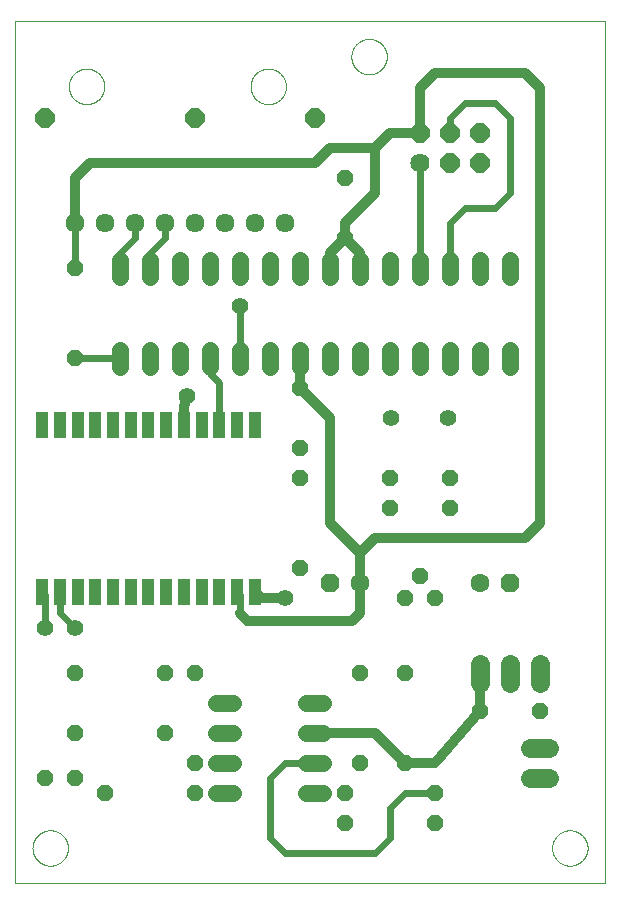
<source format=gtl>
G75*
%MOIN*%
%OFA0B0*%
%FSLAX25Y25*%
%IPPOS*%
%LPD*%
%AMOC8*
5,1,8,0,0,1.08239X$1,22.5*
%
%ADD10C,0.00000*%
%ADD11C,0.05600*%
%ADD12OC8,0.05600*%
%ADD13C,0.06400*%
%ADD14C,0.06400*%
%ADD15OC8,0.06400*%
%ADD16C,0.05600*%
%ADD17OC8,0.06300*%
%ADD18C,0.06300*%
%ADD19C,0.06337*%
%ADD20R,0.04200X0.08600*%
%ADD21C,0.03200*%
%ADD22C,0.02400*%
%ADD23C,0.05550*%
%ADD24OC8,0.06337*%
D10*
X0019478Y0006800D02*
X0019478Y0294202D01*
X0216329Y0294202D01*
X0216329Y0006800D01*
X0019478Y0006800D01*
X0025383Y0018611D02*
X0025385Y0018764D01*
X0025391Y0018918D01*
X0025401Y0019071D01*
X0025415Y0019223D01*
X0025433Y0019376D01*
X0025455Y0019527D01*
X0025480Y0019678D01*
X0025510Y0019829D01*
X0025544Y0019979D01*
X0025581Y0020127D01*
X0025622Y0020275D01*
X0025667Y0020421D01*
X0025716Y0020567D01*
X0025769Y0020711D01*
X0025825Y0020853D01*
X0025885Y0020994D01*
X0025949Y0021134D01*
X0026016Y0021272D01*
X0026087Y0021408D01*
X0026162Y0021542D01*
X0026239Y0021674D01*
X0026321Y0021804D01*
X0026405Y0021932D01*
X0026493Y0022058D01*
X0026584Y0022181D01*
X0026678Y0022302D01*
X0026776Y0022420D01*
X0026876Y0022536D01*
X0026980Y0022649D01*
X0027086Y0022760D01*
X0027195Y0022868D01*
X0027307Y0022973D01*
X0027421Y0023074D01*
X0027539Y0023173D01*
X0027658Y0023269D01*
X0027780Y0023362D01*
X0027905Y0023451D01*
X0028032Y0023538D01*
X0028161Y0023620D01*
X0028292Y0023700D01*
X0028425Y0023776D01*
X0028560Y0023849D01*
X0028697Y0023918D01*
X0028836Y0023983D01*
X0028976Y0024045D01*
X0029118Y0024103D01*
X0029261Y0024158D01*
X0029406Y0024209D01*
X0029552Y0024256D01*
X0029699Y0024299D01*
X0029847Y0024338D01*
X0029996Y0024374D01*
X0030146Y0024405D01*
X0030297Y0024433D01*
X0030448Y0024457D01*
X0030601Y0024477D01*
X0030753Y0024493D01*
X0030906Y0024505D01*
X0031059Y0024513D01*
X0031212Y0024517D01*
X0031366Y0024517D01*
X0031519Y0024513D01*
X0031672Y0024505D01*
X0031825Y0024493D01*
X0031977Y0024477D01*
X0032130Y0024457D01*
X0032281Y0024433D01*
X0032432Y0024405D01*
X0032582Y0024374D01*
X0032731Y0024338D01*
X0032879Y0024299D01*
X0033026Y0024256D01*
X0033172Y0024209D01*
X0033317Y0024158D01*
X0033460Y0024103D01*
X0033602Y0024045D01*
X0033742Y0023983D01*
X0033881Y0023918D01*
X0034018Y0023849D01*
X0034153Y0023776D01*
X0034286Y0023700D01*
X0034417Y0023620D01*
X0034546Y0023538D01*
X0034673Y0023451D01*
X0034798Y0023362D01*
X0034920Y0023269D01*
X0035039Y0023173D01*
X0035157Y0023074D01*
X0035271Y0022973D01*
X0035383Y0022868D01*
X0035492Y0022760D01*
X0035598Y0022649D01*
X0035702Y0022536D01*
X0035802Y0022420D01*
X0035900Y0022302D01*
X0035994Y0022181D01*
X0036085Y0022058D01*
X0036173Y0021932D01*
X0036257Y0021804D01*
X0036339Y0021674D01*
X0036416Y0021542D01*
X0036491Y0021408D01*
X0036562Y0021272D01*
X0036629Y0021134D01*
X0036693Y0020994D01*
X0036753Y0020853D01*
X0036809Y0020711D01*
X0036862Y0020567D01*
X0036911Y0020421D01*
X0036956Y0020275D01*
X0036997Y0020127D01*
X0037034Y0019979D01*
X0037068Y0019829D01*
X0037098Y0019678D01*
X0037123Y0019527D01*
X0037145Y0019376D01*
X0037163Y0019223D01*
X0037177Y0019071D01*
X0037187Y0018918D01*
X0037193Y0018764D01*
X0037195Y0018611D01*
X0037193Y0018458D01*
X0037187Y0018304D01*
X0037177Y0018151D01*
X0037163Y0017999D01*
X0037145Y0017846D01*
X0037123Y0017695D01*
X0037098Y0017544D01*
X0037068Y0017393D01*
X0037034Y0017243D01*
X0036997Y0017095D01*
X0036956Y0016947D01*
X0036911Y0016801D01*
X0036862Y0016655D01*
X0036809Y0016511D01*
X0036753Y0016369D01*
X0036693Y0016228D01*
X0036629Y0016088D01*
X0036562Y0015950D01*
X0036491Y0015814D01*
X0036416Y0015680D01*
X0036339Y0015548D01*
X0036257Y0015418D01*
X0036173Y0015290D01*
X0036085Y0015164D01*
X0035994Y0015041D01*
X0035900Y0014920D01*
X0035802Y0014802D01*
X0035702Y0014686D01*
X0035598Y0014573D01*
X0035492Y0014462D01*
X0035383Y0014354D01*
X0035271Y0014249D01*
X0035157Y0014148D01*
X0035039Y0014049D01*
X0034920Y0013953D01*
X0034798Y0013860D01*
X0034673Y0013771D01*
X0034546Y0013684D01*
X0034417Y0013602D01*
X0034286Y0013522D01*
X0034153Y0013446D01*
X0034018Y0013373D01*
X0033881Y0013304D01*
X0033742Y0013239D01*
X0033602Y0013177D01*
X0033460Y0013119D01*
X0033317Y0013064D01*
X0033172Y0013013D01*
X0033026Y0012966D01*
X0032879Y0012923D01*
X0032731Y0012884D01*
X0032582Y0012848D01*
X0032432Y0012817D01*
X0032281Y0012789D01*
X0032130Y0012765D01*
X0031977Y0012745D01*
X0031825Y0012729D01*
X0031672Y0012717D01*
X0031519Y0012709D01*
X0031366Y0012705D01*
X0031212Y0012705D01*
X0031059Y0012709D01*
X0030906Y0012717D01*
X0030753Y0012729D01*
X0030601Y0012745D01*
X0030448Y0012765D01*
X0030297Y0012789D01*
X0030146Y0012817D01*
X0029996Y0012848D01*
X0029847Y0012884D01*
X0029699Y0012923D01*
X0029552Y0012966D01*
X0029406Y0013013D01*
X0029261Y0013064D01*
X0029118Y0013119D01*
X0028976Y0013177D01*
X0028836Y0013239D01*
X0028697Y0013304D01*
X0028560Y0013373D01*
X0028425Y0013446D01*
X0028292Y0013522D01*
X0028161Y0013602D01*
X0028032Y0013684D01*
X0027905Y0013771D01*
X0027780Y0013860D01*
X0027658Y0013953D01*
X0027539Y0014049D01*
X0027421Y0014148D01*
X0027307Y0014249D01*
X0027195Y0014354D01*
X0027086Y0014462D01*
X0026980Y0014573D01*
X0026876Y0014686D01*
X0026776Y0014802D01*
X0026678Y0014920D01*
X0026584Y0015041D01*
X0026493Y0015164D01*
X0026405Y0015290D01*
X0026321Y0015418D01*
X0026239Y0015548D01*
X0026162Y0015680D01*
X0026087Y0015814D01*
X0026016Y0015950D01*
X0025949Y0016088D01*
X0025885Y0016228D01*
X0025825Y0016369D01*
X0025769Y0016511D01*
X0025716Y0016655D01*
X0025667Y0016801D01*
X0025622Y0016947D01*
X0025581Y0017095D01*
X0025544Y0017243D01*
X0025510Y0017393D01*
X0025480Y0017544D01*
X0025455Y0017695D01*
X0025433Y0017846D01*
X0025415Y0017999D01*
X0025401Y0018151D01*
X0025391Y0018304D01*
X0025385Y0018458D01*
X0025383Y0018611D01*
X0198612Y0018611D02*
X0198614Y0018764D01*
X0198620Y0018918D01*
X0198630Y0019071D01*
X0198644Y0019223D01*
X0198662Y0019376D01*
X0198684Y0019527D01*
X0198709Y0019678D01*
X0198739Y0019829D01*
X0198773Y0019979D01*
X0198810Y0020127D01*
X0198851Y0020275D01*
X0198896Y0020421D01*
X0198945Y0020567D01*
X0198998Y0020711D01*
X0199054Y0020853D01*
X0199114Y0020994D01*
X0199178Y0021134D01*
X0199245Y0021272D01*
X0199316Y0021408D01*
X0199391Y0021542D01*
X0199468Y0021674D01*
X0199550Y0021804D01*
X0199634Y0021932D01*
X0199722Y0022058D01*
X0199813Y0022181D01*
X0199907Y0022302D01*
X0200005Y0022420D01*
X0200105Y0022536D01*
X0200209Y0022649D01*
X0200315Y0022760D01*
X0200424Y0022868D01*
X0200536Y0022973D01*
X0200650Y0023074D01*
X0200768Y0023173D01*
X0200887Y0023269D01*
X0201009Y0023362D01*
X0201134Y0023451D01*
X0201261Y0023538D01*
X0201390Y0023620D01*
X0201521Y0023700D01*
X0201654Y0023776D01*
X0201789Y0023849D01*
X0201926Y0023918D01*
X0202065Y0023983D01*
X0202205Y0024045D01*
X0202347Y0024103D01*
X0202490Y0024158D01*
X0202635Y0024209D01*
X0202781Y0024256D01*
X0202928Y0024299D01*
X0203076Y0024338D01*
X0203225Y0024374D01*
X0203375Y0024405D01*
X0203526Y0024433D01*
X0203677Y0024457D01*
X0203830Y0024477D01*
X0203982Y0024493D01*
X0204135Y0024505D01*
X0204288Y0024513D01*
X0204441Y0024517D01*
X0204595Y0024517D01*
X0204748Y0024513D01*
X0204901Y0024505D01*
X0205054Y0024493D01*
X0205206Y0024477D01*
X0205359Y0024457D01*
X0205510Y0024433D01*
X0205661Y0024405D01*
X0205811Y0024374D01*
X0205960Y0024338D01*
X0206108Y0024299D01*
X0206255Y0024256D01*
X0206401Y0024209D01*
X0206546Y0024158D01*
X0206689Y0024103D01*
X0206831Y0024045D01*
X0206971Y0023983D01*
X0207110Y0023918D01*
X0207247Y0023849D01*
X0207382Y0023776D01*
X0207515Y0023700D01*
X0207646Y0023620D01*
X0207775Y0023538D01*
X0207902Y0023451D01*
X0208027Y0023362D01*
X0208149Y0023269D01*
X0208268Y0023173D01*
X0208386Y0023074D01*
X0208500Y0022973D01*
X0208612Y0022868D01*
X0208721Y0022760D01*
X0208827Y0022649D01*
X0208931Y0022536D01*
X0209031Y0022420D01*
X0209129Y0022302D01*
X0209223Y0022181D01*
X0209314Y0022058D01*
X0209402Y0021932D01*
X0209486Y0021804D01*
X0209568Y0021674D01*
X0209645Y0021542D01*
X0209720Y0021408D01*
X0209791Y0021272D01*
X0209858Y0021134D01*
X0209922Y0020994D01*
X0209982Y0020853D01*
X0210038Y0020711D01*
X0210091Y0020567D01*
X0210140Y0020421D01*
X0210185Y0020275D01*
X0210226Y0020127D01*
X0210263Y0019979D01*
X0210297Y0019829D01*
X0210327Y0019678D01*
X0210352Y0019527D01*
X0210374Y0019376D01*
X0210392Y0019223D01*
X0210406Y0019071D01*
X0210416Y0018918D01*
X0210422Y0018764D01*
X0210424Y0018611D01*
X0210422Y0018458D01*
X0210416Y0018304D01*
X0210406Y0018151D01*
X0210392Y0017999D01*
X0210374Y0017846D01*
X0210352Y0017695D01*
X0210327Y0017544D01*
X0210297Y0017393D01*
X0210263Y0017243D01*
X0210226Y0017095D01*
X0210185Y0016947D01*
X0210140Y0016801D01*
X0210091Y0016655D01*
X0210038Y0016511D01*
X0209982Y0016369D01*
X0209922Y0016228D01*
X0209858Y0016088D01*
X0209791Y0015950D01*
X0209720Y0015814D01*
X0209645Y0015680D01*
X0209568Y0015548D01*
X0209486Y0015418D01*
X0209402Y0015290D01*
X0209314Y0015164D01*
X0209223Y0015041D01*
X0209129Y0014920D01*
X0209031Y0014802D01*
X0208931Y0014686D01*
X0208827Y0014573D01*
X0208721Y0014462D01*
X0208612Y0014354D01*
X0208500Y0014249D01*
X0208386Y0014148D01*
X0208268Y0014049D01*
X0208149Y0013953D01*
X0208027Y0013860D01*
X0207902Y0013771D01*
X0207775Y0013684D01*
X0207646Y0013602D01*
X0207515Y0013522D01*
X0207382Y0013446D01*
X0207247Y0013373D01*
X0207110Y0013304D01*
X0206971Y0013239D01*
X0206831Y0013177D01*
X0206689Y0013119D01*
X0206546Y0013064D01*
X0206401Y0013013D01*
X0206255Y0012966D01*
X0206108Y0012923D01*
X0205960Y0012884D01*
X0205811Y0012848D01*
X0205661Y0012817D01*
X0205510Y0012789D01*
X0205359Y0012765D01*
X0205206Y0012745D01*
X0205054Y0012729D01*
X0204901Y0012717D01*
X0204748Y0012709D01*
X0204595Y0012705D01*
X0204441Y0012705D01*
X0204288Y0012709D01*
X0204135Y0012717D01*
X0203982Y0012729D01*
X0203830Y0012745D01*
X0203677Y0012765D01*
X0203526Y0012789D01*
X0203375Y0012817D01*
X0203225Y0012848D01*
X0203076Y0012884D01*
X0202928Y0012923D01*
X0202781Y0012966D01*
X0202635Y0013013D01*
X0202490Y0013064D01*
X0202347Y0013119D01*
X0202205Y0013177D01*
X0202065Y0013239D01*
X0201926Y0013304D01*
X0201789Y0013373D01*
X0201654Y0013446D01*
X0201521Y0013522D01*
X0201390Y0013602D01*
X0201261Y0013684D01*
X0201134Y0013771D01*
X0201009Y0013860D01*
X0200887Y0013953D01*
X0200768Y0014049D01*
X0200650Y0014148D01*
X0200536Y0014249D01*
X0200424Y0014354D01*
X0200315Y0014462D01*
X0200209Y0014573D01*
X0200105Y0014686D01*
X0200005Y0014802D01*
X0199907Y0014920D01*
X0199813Y0015041D01*
X0199722Y0015164D01*
X0199634Y0015290D01*
X0199550Y0015418D01*
X0199468Y0015548D01*
X0199391Y0015680D01*
X0199316Y0015814D01*
X0199245Y0015950D01*
X0199178Y0016088D01*
X0199114Y0016228D01*
X0199054Y0016369D01*
X0198998Y0016511D01*
X0198945Y0016655D01*
X0198896Y0016801D01*
X0198851Y0016947D01*
X0198810Y0017095D01*
X0198773Y0017243D01*
X0198739Y0017393D01*
X0198709Y0017544D01*
X0198684Y0017695D01*
X0198662Y0017846D01*
X0198644Y0017999D01*
X0198630Y0018151D01*
X0198620Y0018304D01*
X0198614Y0018458D01*
X0198612Y0018611D01*
X0098061Y0272469D02*
X0098063Y0272622D01*
X0098069Y0272776D01*
X0098079Y0272929D01*
X0098093Y0273081D01*
X0098111Y0273234D01*
X0098133Y0273385D01*
X0098158Y0273536D01*
X0098188Y0273687D01*
X0098222Y0273837D01*
X0098259Y0273985D01*
X0098300Y0274133D01*
X0098345Y0274279D01*
X0098394Y0274425D01*
X0098447Y0274569D01*
X0098503Y0274711D01*
X0098563Y0274852D01*
X0098627Y0274992D01*
X0098694Y0275130D01*
X0098765Y0275266D01*
X0098840Y0275400D01*
X0098917Y0275532D01*
X0098999Y0275662D01*
X0099083Y0275790D01*
X0099171Y0275916D01*
X0099262Y0276039D01*
X0099356Y0276160D01*
X0099454Y0276278D01*
X0099554Y0276394D01*
X0099658Y0276507D01*
X0099764Y0276618D01*
X0099873Y0276726D01*
X0099985Y0276831D01*
X0100099Y0276932D01*
X0100217Y0277031D01*
X0100336Y0277127D01*
X0100458Y0277220D01*
X0100583Y0277309D01*
X0100710Y0277396D01*
X0100839Y0277478D01*
X0100970Y0277558D01*
X0101103Y0277634D01*
X0101238Y0277707D01*
X0101375Y0277776D01*
X0101514Y0277841D01*
X0101654Y0277903D01*
X0101796Y0277961D01*
X0101939Y0278016D01*
X0102084Y0278067D01*
X0102230Y0278114D01*
X0102377Y0278157D01*
X0102525Y0278196D01*
X0102674Y0278232D01*
X0102824Y0278263D01*
X0102975Y0278291D01*
X0103126Y0278315D01*
X0103279Y0278335D01*
X0103431Y0278351D01*
X0103584Y0278363D01*
X0103737Y0278371D01*
X0103890Y0278375D01*
X0104044Y0278375D01*
X0104197Y0278371D01*
X0104350Y0278363D01*
X0104503Y0278351D01*
X0104655Y0278335D01*
X0104808Y0278315D01*
X0104959Y0278291D01*
X0105110Y0278263D01*
X0105260Y0278232D01*
X0105409Y0278196D01*
X0105557Y0278157D01*
X0105704Y0278114D01*
X0105850Y0278067D01*
X0105995Y0278016D01*
X0106138Y0277961D01*
X0106280Y0277903D01*
X0106420Y0277841D01*
X0106559Y0277776D01*
X0106696Y0277707D01*
X0106831Y0277634D01*
X0106964Y0277558D01*
X0107095Y0277478D01*
X0107224Y0277396D01*
X0107351Y0277309D01*
X0107476Y0277220D01*
X0107598Y0277127D01*
X0107717Y0277031D01*
X0107835Y0276932D01*
X0107949Y0276831D01*
X0108061Y0276726D01*
X0108170Y0276618D01*
X0108276Y0276507D01*
X0108380Y0276394D01*
X0108480Y0276278D01*
X0108578Y0276160D01*
X0108672Y0276039D01*
X0108763Y0275916D01*
X0108851Y0275790D01*
X0108935Y0275662D01*
X0109017Y0275532D01*
X0109094Y0275400D01*
X0109169Y0275266D01*
X0109240Y0275130D01*
X0109307Y0274992D01*
X0109371Y0274852D01*
X0109431Y0274711D01*
X0109487Y0274569D01*
X0109540Y0274425D01*
X0109589Y0274279D01*
X0109634Y0274133D01*
X0109675Y0273985D01*
X0109712Y0273837D01*
X0109746Y0273687D01*
X0109776Y0273536D01*
X0109801Y0273385D01*
X0109823Y0273234D01*
X0109841Y0273081D01*
X0109855Y0272929D01*
X0109865Y0272776D01*
X0109871Y0272622D01*
X0109873Y0272469D01*
X0109871Y0272316D01*
X0109865Y0272162D01*
X0109855Y0272009D01*
X0109841Y0271857D01*
X0109823Y0271704D01*
X0109801Y0271553D01*
X0109776Y0271402D01*
X0109746Y0271251D01*
X0109712Y0271101D01*
X0109675Y0270953D01*
X0109634Y0270805D01*
X0109589Y0270659D01*
X0109540Y0270513D01*
X0109487Y0270369D01*
X0109431Y0270227D01*
X0109371Y0270086D01*
X0109307Y0269946D01*
X0109240Y0269808D01*
X0109169Y0269672D01*
X0109094Y0269538D01*
X0109017Y0269406D01*
X0108935Y0269276D01*
X0108851Y0269148D01*
X0108763Y0269022D01*
X0108672Y0268899D01*
X0108578Y0268778D01*
X0108480Y0268660D01*
X0108380Y0268544D01*
X0108276Y0268431D01*
X0108170Y0268320D01*
X0108061Y0268212D01*
X0107949Y0268107D01*
X0107835Y0268006D01*
X0107717Y0267907D01*
X0107598Y0267811D01*
X0107476Y0267718D01*
X0107351Y0267629D01*
X0107224Y0267542D01*
X0107095Y0267460D01*
X0106964Y0267380D01*
X0106831Y0267304D01*
X0106696Y0267231D01*
X0106559Y0267162D01*
X0106420Y0267097D01*
X0106280Y0267035D01*
X0106138Y0266977D01*
X0105995Y0266922D01*
X0105850Y0266871D01*
X0105704Y0266824D01*
X0105557Y0266781D01*
X0105409Y0266742D01*
X0105260Y0266706D01*
X0105110Y0266675D01*
X0104959Y0266647D01*
X0104808Y0266623D01*
X0104655Y0266603D01*
X0104503Y0266587D01*
X0104350Y0266575D01*
X0104197Y0266567D01*
X0104044Y0266563D01*
X0103890Y0266563D01*
X0103737Y0266567D01*
X0103584Y0266575D01*
X0103431Y0266587D01*
X0103279Y0266603D01*
X0103126Y0266623D01*
X0102975Y0266647D01*
X0102824Y0266675D01*
X0102674Y0266706D01*
X0102525Y0266742D01*
X0102377Y0266781D01*
X0102230Y0266824D01*
X0102084Y0266871D01*
X0101939Y0266922D01*
X0101796Y0266977D01*
X0101654Y0267035D01*
X0101514Y0267097D01*
X0101375Y0267162D01*
X0101238Y0267231D01*
X0101103Y0267304D01*
X0100970Y0267380D01*
X0100839Y0267460D01*
X0100710Y0267542D01*
X0100583Y0267629D01*
X0100458Y0267718D01*
X0100336Y0267811D01*
X0100217Y0267907D01*
X0100099Y0268006D01*
X0099985Y0268107D01*
X0099873Y0268212D01*
X0099764Y0268320D01*
X0099658Y0268431D01*
X0099554Y0268544D01*
X0099454Y0268660D01*
X0099356Y0268778D01*
X0099262Y0268899D01*
X0099171Y0269022D01*
X0099083Y0269148D01*
X0098999Y0269276D01*
X0098917Y0269406D01*
X0098840Y0269538D01*
X0098765Y0269672D01*
X0098694Y0269808D01*
X0098627Y0269946D01*
X0098563Y0270086D01*
X0098503Y0270227D01*
X0098447Y0270369D01*
X0098394Y0270513D01*
X0098345Y0270659D01*
X0098300Y0270805D01*
X0098259Y0270953D01*
X0098222Y0271101D01*
X0098188Y0271251D01*
X0098158Y0271402D01*
X0098133Y0271553D01*
X0098111Y0271704D01*
X0098093Y0271857D01*
X0098079Y0272009D01*
X0098069Y0272162D01*
X0098063Y0272316D01*
X0098061Y0272469D01*
X0131683Y0282391D02*
X0131685Y0282544D01*
X0131691Y0282698D01*
X0131701Y0282851D01*
X0131715Y0283003D01*
X0131733Y0283156D01*
X0131755Y0283307D01*
X0131780Y0283458D01*
X0131810Y0283609D01*
X0131844Y0283759D01*
X0131881Y0283907D01*
X0131922Y0284055D01*
X0131967Y0284201D01*
X0132016Y0284347D01*
X0132069Y0284491D01*
X0132125Y0284633D01*
X0132185Y0284774D01*
X0132249Y0284914D01*
X0132316Y0285052D01*
X0132387Y0285188D01*
X0132462Y0285322D01*
X0132539Y0285454D01*
X0132621Y0285584D01*
X0132705Y0285712D01*
X0132793Y0285838D01*
X0132884Y0285961D01*
X0132978Y0286082D01*
X0133076Y0286200D01*
X0133176Y0286316D01*
X0133280Y0286429D01*
X0133386Y0286540D01*
X0133495Y0286648D01*
X0133607Y0286753D01*
X0133721Y0286854D01*
X0133839Y0286953D01*
X0133958Y0287049D01*
X0134080Y0287142D01*
X0134205Y0287231D01*
X0134332Y0287318D01*
X0134461Y0287400D01*
X0134592Y0287480D01*
X0134725Y0287556D01*
X0134860Y0287629D01*
X0134997Y0287698D01*
X0135136Y0287763D01*
X0135276Y0287825D01*
X0135418Y0287883D01*
X0135561Y0287938D01*
X0135706Y0287989D01*
X0135852Y0288036D01*
X0135999Y0288079D01*
X0136147Y0288118D01*
X0136296Y0288154D01*
X0136446Y0288185D01*
X0136597Y0288213D01*
X0136748Y0288237D01*
X0136901Y0288257D01*
X0137053Y0288273D01*
X0137206Y0288285D01*
X0137359Y0288293D01*
X0137512Y0288297D01*
X0137666Y0288297D01*
X0137819Y0288293D01*
X0137972Y0288285D01*
X0138125Y0288273D01*
X0138277Y0288257D01*
X0138430Y0288237D01*
X0138581Y0288213D01*
X0138732Y0288185D01*
X0138882Y0288154D01*
X0139031Y0288118D01*
X0139179Y0288079D01*
X0139326Y0288036D01*
X0139472Y0287989D01*
X0139617Y0287938D01*
X0139760Y0287883D01*
X0139902Y0287825D01*
X0140042Y0287763D01*
X0140181Y0287698D01*
X0140318Y0287629D01*
X0140453Y0287556D01*
X0140586Y0287480D01*
X0140717Y0287400D01*
X0140846Y0287318D01*
X0140973Y0287231D01*
X0141098Y0287142D01*
X0141220Y0287049D01*
X0141339Y0286953D01*
X0141457Y0286854D01*
X0141571Y0286753D01*
X0141683Y0286648D01*
X0141792Y0286540D01*
X0141898Y0286429D01*
X0142002Y0286316D01*
X0142102Y0286200D01*
X0142200Y0286082D01*
X0142294Y0285961D01*
X0142385Y0285838D01*
X0142473Y0285712D01*
X0142557Y0285584D01*
X0142639Y0285454D01*
X0142716Y0285322D01*
X0142791Y0285188D01*
X0142862Y0285052D01*
X0142929Y0284914D01*
X0142993Y0284774D01*
X0143053Y0284633D01*
X0143109Y0284491D01*
X0143162Y0284347D01*
X0143211Y0284201D01*
X0143256Y0284055D01*
X0143297Y0283907D01*
X0143334Y0283759D01*
X0143368Y0283609D01*
X0143398Y0283458D01*
X0143423Y0283307D01*
X0143445Y0283156D01*
X0143463Y0283003D01*
X0143477Y0282851D01*
X0143487Y0282698D01*
X0143493Y0282544D01*
X0143495Y0282391D01*
X0143493Y0282238D01*
X0143487Y0282084D01*
X0143477Y0281931D01*
X0143463Y0281779D01*
X0143445Y0281626D01*
X0143423Y0281475D01*
X0143398Y0281324D01*
X0143368Y0281173D01*
X0143334Y0281023D01*
X0143297Y0280875D01*
X0143256Y0280727D01*
X0143211Y0280581D01*
X0143162Y0280435D01*
X0143109Y0280291D01*
X0143053Y0280149D01*
X0142993Y0280008D01*
X0142929Y0279868D01*
X0142862Y0279730D01*
X0142791Y0279594D01*
X0142716Y0279460D01*
X0142639Y0279328D01*
X0142557Y0279198D01*
X0142473Y0279070D01*
X0142385Y0278944D01*
X0142294Y0278821D01*
X0142200Y0278700D01*
X0142102Y0278582D01*
X0142002Y0278466D01*
X0141898Y0278353D01*
X0141792Y0278242D01*
X0141683Y0278134D01*
X0141571Y0278029D01*
X0141457Y0277928D01*
X0141339Y0277829D01*
X0141220Y0277733D01*
X0141098Y0277640D01*
X0140973Y0277551D01*
X0140846Y0277464D01*
X0140717Y0277382D01*
X0140586Y0277302D01*
X0140453Y0277226D01*
X0140318Y0277153D01*
X0140181Y0277084D01*
X0140042Y0277019D01*
X0139902Y0276957D01*
X0139760Y0276899D01*
X0139617Y0276844D01*
X0139472Y0276793D01*
X0139326Y0276746D01*
X0139179Y0276703D01*
X0139031Y0276664D01*
X0138882Y0276628D01*
X0138732Y0276597D01*
X0138581Y0276569D01*
X0138430Y0276545D01*
X0138277Y0276525D01*
X0138125Y0276509D01*
X0137972Y0276497D01*
X0137819Y0276489D01*
X0137666Y0276485D01*
X0137512Y0276485D01*
X0137359Y0276489D01*
X0137206Y0276497D01*
X0137053Y0276509D01*
X0136901Y0276525D01*
X0136748Y0276545D01*
X0136597Y0276569D01*
X0136446Y0276597D01*
X0136296Y0276628D01*
X0136147Y0276664D01*
X0135999Y0276703D01*
X0135852Y0276746D01*
X0135706Y0276793D01*
X0135561Y0276844D01*
X0135418Y0276899D01*
X0135276Y0276957D01*
X0135136Y0277019D01*
X0134997Y0277084D01*
X0134860Y0277153D01*
X0134725Y0277226D01*
X0134592Y0277302D01*
X0134461Y0277382D01*
X0134332Y0277464D01*
X0134205Y0277551D01*
X0134080Y0277640D01*
X0133958Y0277733D01*
X0133839Y0277829D01*
X0133721Y0277928D01*
X0133607Y0278029D01*
X0133495Y0278134D01*
X0133386Y0278242D01*
X0133280Y0278353D01*
X0133176Y0278466D01*
X0133076Y0278582D01*
X0132978Y0278700D01*
X0132884Y0278821D01*
X0132793Y0278944D01*
X0132705Y0279070D01*
X0132621Y0279198D01*
X0132539Y0279328D01*
X0132462Y0279460D01*
X0132387Y0279594D01*
X0132316Y0279730D01*
X0132249Y0279868D01*
X0132185Y0280008D01*
X0132125Y0280149D01*
X0132069Y0280291D01*
X0132016Y0280435D01*
X0131967Y0280581D01*
X0131922Y0280727D01*
X0131881Y0280875D01*
X0131844Y0281023D01*
X0131810Y0281173D01*
X0131780Y0281324D01*
X0131755Y0281475D01*
X0131733Y0281626D01*
X0131715Y0281779D01*
X0131701Y0281931D01*
X0131691Y0282084D01*
X0131685Y0282238D01*
X0131683Y0282391D01*
X0037509Y0272469D02*
X0037511Y0272622D01*
X0037517Y0272776D01*
X0037527Y0272929D01*
X0037541Y0273081D01*
X0037559Y0273234D01*
X0037581Y0273385D01*
X0037606Y0273536D01*
X0037636Y0273687D01*
X0037670Y0273837D01*
X0037707Y0273985D01*
X0037748Y0274133D01*
X0037793Y0274279D01*
X0037842Y0274425D01*
X0037895Y0274569D01*
X0037951Y0274711D01*
X0038011Y0274852D01*
X0038075Y0274992D01*
X0038142Y0275130D01*
X0038213Y0275266D01*
X0038288Y0275400D01*
X0038365Y0275532D01*
X0038447Y0275662D01*
X0038531Y0275790D01*
X0038619Y0275916D01*
X0038710Y0276039D01*
X0038804Y0276160D01*
X0038902Y0276278D01*
X0039002Y0276394D01*
X0039106Y0276507D01*
X0039212Y0276618D01*
X0039321Y0276726D01*
X0039433Y0276831D01*
X0039547Y0276932D01*
X0039665Y0277031D01*
X0039784Y0277127D01*
X0039906Y0277220D01*
X0040031Y0277309D01*
X0040158Y0277396D01*
X0040287Y0277478D01*
X0040418Y0277558D01*
X0040551Y0277634D01*
X0040686Y0277707D01*
X0040823Y0277776D01*
X0040962Y0277841D01*
X0041102Y0277903D01*
X0041244Y0277961D01*
X0041387Y0278016D01*
X0041532Y0278067D01*
X0041678Y0278114D01*
X0041825Y0278157D01*
X0041973Y0278196D01*
X0042122Y0278232D01*
X0042272Y0278263D01*
X0042423Y0278291D01*
X0042574Y0278315D01*
X0042727Y0278335D01*
X0042879Y0278351D01*
X0043032Y0278363D01*
X0043185Y0278371D01*
X0043338Y0278375D01*
X0043492Y0278375D01*
X0043645Y0278371D01*
X0043798Y0278363D01*
X0043951Y0278351D01*
X0044103Y0278335D01*
X0044256Y0278315D01*
X0044407Y0278291D01*
X0044558Y0278263D01*
X0044708Y0278232D01*
X0044857Y0278196D01*
X0045005Y0278157D01*
X0045152Y0278114D01*
X0045298Y0278067D01*
X0045443Y0278016D01*
X0045586Y0277961D01*
X0045728Y0277903D01*
X0045868Y0277841D01*
X0046007Y0277776D01*
X0046144Y0277707D01*
X0046279Y0277634D01*
X0046412Y0277558D01*
X0046543Y0277478D01*
X0046672Y0277396D01*
X0046799Y0277309D01*
X0046924Y0277220D01*
X0047046Y0277127D01*
X0047165Y0277031D01*
X0047283Y0276932D01*
X0047397Y0276831D01*
X0047509Y0276726D01*
X0047618Y0276618D01*
X0047724Y0276507D01*
X0047828Y0276394D01*
X0047928Y0276278D01*
X0048026Y0276160D01*
X0048120Y0276039D01*
X0048211Y0275916D01*
X0048299Y0275790D01*
X0048383Y0275662D01*
X0048465Y0275532D01*
X0048542Y0275400D01*
X0048617Y0275266D01*
X0048688Y0275130D01*
X0048755Y0274992D01*
X0048819Y0274852D01*
X0048879Y0274711D01*
X0048935Y0274569D01*
X0048988Y0274425D01*
X0049037Y0274279D01*
X0049082Y0274133D01*
X0049123Y0273985D01*
X0049160Y0273837D01*
X0049194Y0273687D01*
X0049224Y0273536D01*
X0049249Y0273385D01*
X0049271Y0273234D01*
X0049289Y0273081D01*
X0049303Y0272929D01*
X0049313Y0272776D01*
X0049319Y0272622D01*
X0049321Y0272469D01*
X0049319Y0272316D01*
X0049313Y0272162D01*
X0049303Y0272009D01*
X0049289Y0271857D01*
X0049271Y0271704D01*
X0049249Y0271553D01*
X0049224Y0271402D01*
X0049194Y0271251D01*
X0049160Y0271101D01*
X0049123Y0270953D01*
X0049082Y0270805D01*
X0049037Y0270659D01*
X0048988Y0270513D01*
X0048935Y0270369D01*
X0048879Y0270227D01*
X0048819Y0270086D01*
X0048755Y0269946D01*
X0048688Y0269808D01*
X0048617Y0269672D01*
X0048542Y0269538D01*
X0048465Y0269406D01*
X0048383Y0269276D01*
X0048299Y0269148D01*
X0048211Y0269022D01*
X0048120Y0268899D01*
X0048026Y0268778D01*
X0047928Y0268660D01*
X0047828Y0268544D01*
X0047724Y0268431D01*
X0047618Y0268320D01*
X0047509Y0268212D01*
X0047397Y0268107D01*
X0047283Y0268006D01*
X0047165Y0267907D01*
X0047046Y0267811D01*
X0046924Y0267718D01*
X0046799Y0267629D01*
X0046672Y0267542D01*
X0046543Y0267460D01*
X0046412Y0267380D01*
X0046279Y0267304D01*
X0046144Y0267231D01*
X0046007Y0267162D01*
X0045868Y0267097D01*
X0045728Y0267035D01*
X0045586Y0266977D01*
X0045443Y0266922D01*
X0045298Y0266871D01*
X0045152Y0266824D01*
X0045005Y0266781D01*
X0044857Y0266742D01*
X0044708Y0266706D01*
X0044558Y0266675D01*
X0044407Y0266647D01*
X0044256Y0266623D01*
X0044103Y0266603D01*
X0043951Y0266587D01*
X0043798Y0266575D01*
X0043645Y0266567D01*
X0043492Y0266563D01*
X0043338Y0266563D01*
X0043185Y0266567D01*
X0043032Y0266575D01*
X0042879Y0266587D01*
X0042727Y0266603D01*
X0042574Y0266623D01*
X0042423Y0266647D01*
X0042272Y0266675D01*
X0042122Y0266706D01*
X0041973Y0266742D01*
X0041825Y0266781D01*
X0041678Y0266824D01*
X0041532Y0266871D01*
X0041387Y0266922D01*
X0041244Y0266977D01*
X0041102Y0267035D01*
X0040962Y0267097D01*
X0040823Y0267162D01*
X0040686Y0267231D01*
X0040551Y0267304D01*
X0040418Y0267380D01*
X0040287Y0267460D01*
X0040158Y0267542D01*
X0040031Y0267629D01*
X0039906Y0267718D01*
X0039784Y0267811D01*
X0039665Y0267907D01*
X0039547Y0268006D01*
X0039433Y0268107D01*
X0039321Y0268212D01*
X0039212Y0268320D01*
X0039106Y0268431D01*
X0039002Y0268544D01*
X0038902Y0268660D01*
X0038804Y0268778D01*
X0038710Y0268899D01*
X0038619Y0269022D01*
X0038531Y0269148D01*
X0038447Y0269276D01*
X0038365Y0269406D01*
X0038288Y0269538D01*
X0038213Y0269672D01*
X0038142Y0269808D01*
X0038075Y0269946D01*
X0038011Y0270086D01*
X0037951Y0270227D01*
X0037895Y0270369D01*
X0037842Y0270513D01*
X0037793Y0270659D01*
X0037748Y0270805D01*
X0037707Y0270953D01*
X0037670Y0271101D01*
X0037636Y0271251D01*
X0037606Y0271402D01*
X0037581Y0271553D01*
X0037559Y0271704D01*
X0037541Y0271857D01*
X0037527Y0272009D01*
X0037517Y0272162D01*
X0037511Y0272316D01*
X0037509Y0272469D01*
D11*
X0054478Y0214600D02*
X0054478Y0209000D01*
X0064478Y0209000D02*
X0064478Y0214600D01*
X0074478Y0214600D02*
X0074478Y0209000D01*
X0084478Y0209000D02*
X0084478Y0214600D01*
X0094478Y0214600D02*
X0094478Y0209000D01*
X0104478Y0209000D02*
X0104478Y0214600D01*
X0114478Y0214600D02*
X0114478Y0209000D01*
X0124478Y0209000D02*
X0124478Y0214600D01*
X0134478Y0214600D02*
X0134478Y0209000D01*
X0144478Y0209000D02*
X0144478Y0214600D01*
X0154478Y0214600D02*
X0154478Y0209000D01*
X0164478Y0209000D02*
X0164478Y0214600D01*
X0174478Y0214600D02*
X0174478Y0209000D01*
X0184478Y0209000D02*
X0184478Y0214600D01*
X0184478Y0184600D02*
X0184478Y0179000D01*
X0174478Y0179000D02*
X0174478Y0184600D01*
X0164478Y0184600D02*
X0164478Y0179000D01*
X0154478Y0179000D02*
X0154478Y0184600D01*
X0144478Y0184600D02*
X0144478Y0179000D01*
X0134478Y0179000D02*
X0134478Y0184600D01*
X0124478Y0184600D02*
X0124478Y0179000D01*
X0114478Y0179000D02*
X0114478Y0184600D01*
X0104478Y0184600D02*
X0104478Y0179000D01*
X0094478Y0179000D02*
X0094478Y0184600D01*
X0084478Y0184600D02*
X0084478Y0179000D01*
X0074478Y0179000D02*
X0074478Y0184600D01*
X0064478Y0184600D02*
X0064478Y0179000D01*
X0054478Y0179000D02*
X0054478Y0184600D01*
X0086678Y0066800D02*
X0092278Y0066800D01*
X0092278Y0056800D02*
X0086678Y0056800D01*
X0086678Y0046800D02*
X0092278Y0046800D01*
X0092278Y0036800D02*
X0086678Y0036800D01*
X0116678Y0036800D02*
X0122278Y0036800D01*
X0122278Y0046800D02*
X0116678Y0046800D01*
X0116678Y0056800D02*
X0122278Y0056800D01*
X0122278Y0066800D02*
X0116678Y0066800D01*
D12*
X0134478Y0076800D03*
X0149478Y0076800D03*
X0149478Y0101800D03*
X0154478Y0109300D03*
X0159478Y0101800D03*
X0164478Y0131800D03*
X0164478Y0141800D03*
X0144478Y0141800D03*
X0144478Y0131800D03*
X0114478Y0141800D03*
X0114478Y0151800D03*
X0114478Y0171800D03*
X0129478Y0221800D03*
X0129478Y0241800D03*
X0039478Y0211800D03*
X0039478Y0181800D03*
X0114478Y0111800D03*
X0079478Y0076800D03*
X0069478Y0076800D03*
X0069478Y0056800D03*
X0079478Y0046800D03*
X0079478Y0036800D03*
X0049478Y0036800D03*
X0039478Y0041800D03*
X0029478Y0041800D03*
X0039478Y0056800D03*
X0039478Y0076800D03*
X0129478Y0036800D03*
X0134478Y0046800D03*
X0149478Y0046800D03*
X0159478Y0036800D03*
X0159478Y0026800D03*
X0129478Y0026800D03*
X0174478Y0064300D03*
X0194478Y0064300D03*
D13*
X0194478Y0073600D02*
X0194478Y0080000D01*
X0184478Y0080000D02*
X0184478Y0073600D01*
X0174478Y0073600D02*
X0174478Y0080000D01*
X0191278Y0051800D02*
X0197678Y0051800D01*
X0197678Y0041800D02*
X0191278Y0041800D01*
D14*
X0154478Y0246800D03*
D15*
X0154478Y0256800D03*
X0164478Y0256800D03*
X0164478Y0246800D03*
X0174478Y0246800D03*
X0174478Y0256800D03*
D16*
X0163978Y0161800D03*
X0144978Y0161800D03*
D17*
X0124478Y0106800D03*
X0184478Y0106800D03*
D18*
X0174478Y0106800D03*
X0134478Y0106800D03*
D19*
X0109478Y0226800D03*
X0099478Y0226800D03*
X0089478Y0226800D03*
X0079478Y0226800D03*
X0069478Y0226800D03*
X0059478Y0226800D03*
X0049478Y0226800D03*
X0039478Y0226800D03*
D20*
X0040423Y0159753D03*
X0034518Y0159753D03*
X0028612Y0159753D03*
X0046329Y0159753D03*
X0052234Y0159753D03*
X0058140Y0159753D03*
X0064045Y0159753D03*
X0069951Y0159753D03*
X0075856Y0159753D03*
X0081762Y0159753D03*
X0087667Y0159753D03*
X0093573Y0159753D03*
X0099478Y0159753D03*
X0099478Y0103847D03*
X0093573Y0103847D03*
X0087667Y0103847D03*
X0081762Y0103847D03*
X0075856Y0103847D03*
X0069951Y0103847D03*
X0064045Y0103847D03*
X0058140Y0103847D03*
X0052234Y0103847D03*
X0046329Y0103847D03*
X0040423Y0103847D03*
X0034518Y0103847D03*
X0028612Y0103847D03*
D21*
X0075856Y0159753D02*
X0075856Y0165678D01*
X0076978Y0169300D01*
X0114478Y0171800D02*
X0114478Y0181800D01*
X0114478Y0171800D02*
X0124478Y0161800D01*
X0124478Y0126800D01*
X0134478Y0116800D01*
X0139478Y0121800D01*
X0189478Y0121800D01*
X0194478Y0126800D01*
X0194478Y0271800D01*
X0189478Y0276800D01*
X0159478Y0276800D01*
X0154478Y0271800D01*
X0154478Y0256800D01*
X0144478Y0256800D01*
X0139478Y0251800D01*
X0124478Y0251800D01*
X0119478Y0246800D01*
X0044478Y0246800D01*
X0039478Y0241800D01*
X0039478Y0226800D01*
X0124478Y0216800D02*
X0129478Y0221800D01*
X0134478Y0216800D01*
X0134478Y0211800D01*
X0129478Y0221800D02*
X0129478Y0226800D01*
X0139478Y0236800D01*
X0139478Y0251800D01*
X0134478Y0116800D02*
X0134478Y0106800D01*
X0134478Y0096800D01*
X0131978Y0094300D01*
X0096978Y0094300D01*
X0094478Y0096800D01*
X0099478Y0103847D02*
X0101526Y0101800D01*
X0109478Y0101800D01*
X0119478Y0056800D02*
X0139478Y0056800D01*
X0149478Y0046800D01*
X0159478Y0046800D01*
X0174478Y0064300D01*
X0174478Y0076800D01*
D22*
X0159478Y0036800D02*
X0149478Y0036800D01*
X0144478Y0031800D01*
X0144478Y0021800D01*
X0139478Y0016800D01*
X0109478Y0016800D01*
X0104478Y0021800D01*
X0104478Y0041800D01*
X0109478Y0046800D01*
X0119478Y0046800D01*
X0094478Y0096800D02*
X0094478Y0102942D01*
X0093573Y0103847D01*
X0087667Y0159753D02*
X0087667Y0173611D01*
X0084478Y0176800D01*
X0084478Y0181800D01*
X0094478Y0181800D02*
X0094478Y0199300D01*
X0069478Y0221800D02*
X0069478Y0226800D01*
X0069478Y0221800D02*
X0064478Y0216800D01*
X0064478Y0211800D01*
X0054478Y0211800D02*
X0054478Y0216800D01*
X0059478Y0221800D01*
X0059478Y0226800D01*
X0039478Y0226800D02*
X0039478Y0211800D01*
X0039478Y0181800D02*
X0054478Y0181800D01*
X0034518Y0103847D02*
X0034478Y0103847D01*
X0034478Y0096800D01*
X0039478Y0091800D01*
X0034518Y0096800D02*
X0034478Y0096800D01*
X0029478Y0091800D02*
X0029478Y0102981D01*
X0028612Y0103847D01*
X0124478Y0211800D02*
X0124478Y0216800D01*
X0154478Y0211800D02*
X0154478Y0246800D01*
X0164478Y0256800D02*
X0164478Y0261800D01*
X0169478Y0266800D01*
X0179478Y0266800D01*
X0184478Y0261800D01*
X0184478Y0236800D01*
X0179478Y0231800D01*
X0169478Y0231800D01*
X0164478Y0226800D01*
X0164478Y0211800D01*
D23*
X0094478Y0199300D03*
X0076978Y0169300D03*
X0109478Y0101800D03*
X0039478Y0091800D03*
X0029478Y0091800D03*
D24*
X0029478Y0261800D03*
X0079478Y0261800D03*
X0119478Y0261800D03*
M02*

</source>
